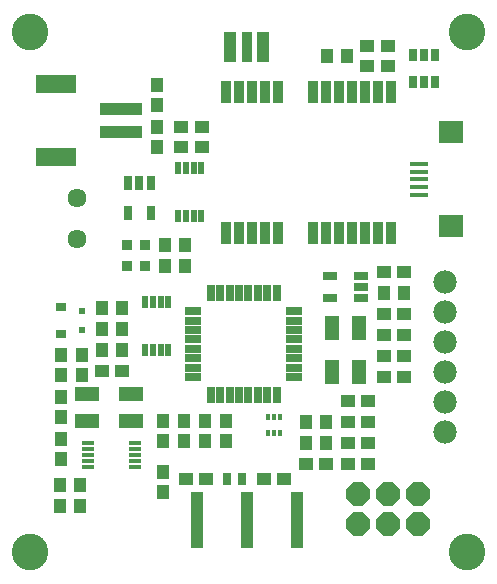
<source format=gts>
G75*
G70*
%OFA0B0*%
%FSLAX24Y24*%
%IPPOS*%
%LPD*%
%AMOC8*
5,1,8,0,0,1.08239X$1,22.5*
%
%ADD10C,0.1221*%
%ADD11R,0.0434X0.0138*%
%ADD12R,0.0434X0.0473*%
%ADD13R,0.0473X0.0434*%
%ADD14R,0.0316X0.0394*%
%ADD15R,0.0788X0.0473*%
%ADD16R,0.0197X0.0237*%
%ADD17R,0.0540X0.0260*%
%ADD18R,0.0260X0.0540*%
%ADD19OC8,0.0780*%
%ADD20C,0.0780*%
%ADD21R,0.0473X0.0788*%
%ADD22R,0.0367X0.0288*%
%ADD23R,0.0355X0.1024*%
%ADD24R,0.0434X0.1024*%
%ADD25R,0.0355X0.0749*%
%ADD26R,0.0257X0.0512*%
%ADD27R,0.1379X0.0631*%
%ADD28R,0.1418X0.0434*%
%ADD29R,0.0217X0.0434*%
%ADD30R,0.0434X0.1910*%
%ADD31R,0.0355X0.0355*%
%ADD32R,0.0138X0.0197*%
%ADD33R,0.0276X0.0394*%
%ADD34R,0.0512X0.0257*%
%ADD35R,0.0591X0.0178*%
%ADD36R,0.0788X0.0749*%
%ADD37C,0.0634*%
D10*
X006468Y004927D03*
X006468Y022250D03*
X021035Y022250D03*
X021035Y004927D03*
D11*
X009974Y007753D03*
X009974Y007949D03*
X009974Y008146D03*
X009974Y008343D03*
X009974Y008540D03*
X008399Y008540D03*
X008399Y008343D03*
X008399Y008146D03*
X008399Y007949D03*
X008399Y007753D03*
D12*
X008121Y007146D03*
X007452Y007146D03*
X007487Y008012D03*
X007487Y008681D03*
X007487Y009412D03*
X007487Y010081D03*
X007487Y010812D03*
X007487Y011481D03*
X008187Y011481D03*
X008187Y010812D03*
X008852Y011646D03*
X008852Y012346D03*
X009521Y012346D03*
X009521Y011646D03*
X009521Y013046D03*
X008852Y013046D03*
X010952Y014446D03*
X010952Y015146D03*
X011621Y015146D03*
X011621Y014446D03*
X010687Y018412D03*
X010687Y019081D03*
X010687Y019812D03*
X010687Y020481D03*
X016352Y021446D03*
X017021Y021446D03*
X018252Y013546D03*
X018921Y013546D03*
X016321Y009246D03*
X015652Y009246D03*
X015652Y008546D03*
X016321Y008546D03*
X012987Y008612D03*
X012987Y009281D03*
X012287Y009281D03*
X012287Y008612D03*
X011587Y008612D03*
X011587Y009281D03*
X010887Y009281D03*
X010887Y008612D03*
X010887Y007581D03*
X010887Y006912D03*
X008121Y006446D03*
X007452Y006446D03*
D13*
X008852Y010946D03*
X009521Y010946D03*
X011652Y007346D03*
X012321Y007346D03*
X014252Y007346D03*
X014921Y007346D03*
X015652Y007846D03*
X016321Y007846D03*
X017052Y007846D03*
X017052Y008546D03*
X017052Y009246D03*
X017721Y009246D03*
X017721Y008546D03*
X017721Y007846D03*
X017721Y009946D03*
X018252Y010746D03*
X018252Y011446D03*
X018921Y011446D03*
X018921Y010746D03*
X018921Y012146D03*
X018921Y012846D03*
X018252Y012846D03*
X018252Y012146D03*
X018252Y014246D03*
X018921Y014246D03*
X017052Y009946D03*
X012187Y018412D03*
X012187Y019081D03*
X011487Y019081D03*
X011487Y018412D03*
X017687Y021112D03*
X017687Y021781D03*
X018387Y021781D03*
X018387Y021112D03*
D14*
X013543Y007346D03*
X013031Y007346D03*
D15*
X009815Y009294D03*
X009815Y010199D03*
X008358Y010199D03*
X008358Y009294D03*
D16*
X008187Y012331D03*
X008187Y012961D03*
D17*
X011897Y012949D03*
X011897Y012634D03*
X011897Y012319D03*
X011897Y012004D03*
X011897Y011689D03*
X011897Y011374D03*
X011897Y011059D03*
X011897Y010744D03*
X015277Y010744D03*
X015277Y011059D03*
X015277Y011374D03*
X015277Y011689D03*
X015277Y012004D03*
X015277Y012319D03*
X015277Y012634D03*
X015277Y012949D03*
D18*
X014689Y013536D03*
X014374Y013536D03*
X014059Y013536D03*
X013744Y013536D03*
X013429Y013536D03*
X013114Y013536D03*
X012799Y013536D03*
X012484Y013536D03*
X012484Y010156D03*
X012799Y010156D03*
X013114Y010156D03*
X013429Y010156D03*
X013744Y010156D03*
X014059Y010156D03*
X014374Y010156D03*
X014689Y010156D03*
D19*
X017387Y006846D03*
X017387Y005846D03*
X018387Y005846D03*
X019387Y005846D03*
X019387Y006846D03*
X018387Y006846D03*
D20*
X020287Y008915D03*
X020287Y009915D03*
X020287Y010915D03*
X020287Y011915D03*
X020287Y012915D03*
X020287Y013915D03*
D21*
X017440Y012375D03*
X016534Y012375D03*
X016534Y010918D03*
X017440Y010918D03*
D22*
X007487Y012194D03*
X007487Y013099D03*
D23*
X013687Y021746D03*
D24*
X014218Y021746D03*
X013136Y021746D03*
D25*
X012988Y020266D03*
X013421Y020266D03*
X013855Y020266D03*
X014288Y020266D03*
X014721Y020266D03*
X015902Y020266D03*
X016335Y020266D03*
X016768Y020266D03*
X017201Y020266D03*
X017634Y020266D03*
X018067Y020266D03*
X018500Y020266D03*
X018500Y015542D03*
X018067Y015542D03*
X017634Y015542D03*
X017201Y015542D03*
X016768Y015542D03*
X016335Y015542D03*
X015902Y015542D03*
X014721Y015542D03*
X014288Y015542D03*
X013855Y015542D03*
X013421Y015542D03*
X012988Y015542D03*
D26*
X010480Y016203D03*
X010480Y017227D03*
X010106Y017227D03*
X009732Y017227D03*
X009732Y016203D03*
D27*
X007324Y018082D03*
X007324Y020523D03*
D28*
X009489Y019697D03*
X009489Y018909D03*
D29*
X011403Y017722D03*
X011659Y017722D03*
X011915Y017722D03*
X012171Y017722D03*
X012171Y016108D03*
X011915Y016108D03*
X011659Y016108D03*
X011403Y016108D03*
X011071Y013253D03*
X010815Y013253D03*
X010559Y013253D03*
X010303Y013253D03*
X010303Y011639D03*
X010559Y011639D03*
X010815Y011639D03*
X011071Y011639D03*
D30*
X012014Y005991D03*
X013687Y005991D03*
X015360Y005991D03*
D31*
X010282Y014446D03*
X010282Y015146D03*
X009692Y015146D03*
X009692Y014446D03*
D32*
X014390Y009410D03*
X014587Y009406D03*
X014784Y009406D03*
X014784Y008886D03*
X014587Y008886D03*
X014390Y008886D03*
D33*
X019213Y020594D03*
X019587Y020594D03*
X019961Y020594D03*
X019961Y021499D03*
X019587Y021499D03*
X019213Y021499D03*
D34*
X017499Y014120D03*
X017499Y013746D03*
X017499Y013372D03*
X016475Y013372D03*
X016475Y014120D03*
D35*
X019444Y016834D03*
X019444Y017090D03*
X019444Y017346D03*
X019444Y017602D03*
X019444Y017858D03*
D36*
X020487Y018921D03*
X020487Y015771D03*
D37*
X008026Y015357D03*
X008026Y016735D03*
M02*

</source>
